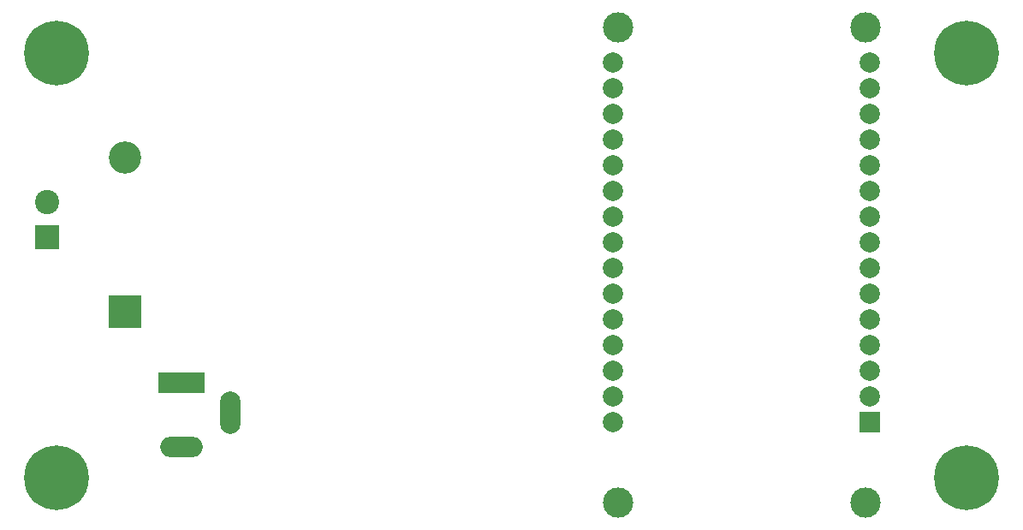
<source format=gbs>
G04 #@! TF.GenerationSoftware,KiCad,Pcbnew,(6.0.5)*
G04 #@! TF.CreationDate,2022-06-11T17:51:56-07:00*
G04 #@! TF.ProjectId,main_template,6d61696e-5f74-4656-9d70-6c6174652e6b,1*
G04 #@! TF.SameCoordinates,Original*
G04 #@! TF.FileFunction,Soldermask,Bot*
G04 #@! TF.FilePolarity,Negative*
%FSLAX46Y46*%
G04 Gerber Fmt 4.6, Leading zero omitted, Abs format (unit mm)*
G04 Created by KiCad (PCBNEW (6.0.5)) date 2022-06-11 17:51:56*
%MOMM*%
%LPD*%
G01*
G04 APERTURE LIST*
%ADD10O,2.000000X4.200000*%
%ADD11O,4.200000X2.000000*%
%ADD12R,4.600000X2.000000*%
%ADD13C,0.800000*%
%ADD14C,6.400000*%
%ADD15C,2.400000*%
%ADD16R,2.400000X2.400000*%
%ADD17C,2.000000*%
%ADD18R,2.000000X2.000000*%
%ADD19C,3.000000*%
%ADD20R,3.200000X3.200000*%
%ADD21O,3.200000X3.200000*%
G04 APERTURE END LIST*
D10*
X92150000Y-138550000D03*
D11*
X87350000Y-141950000D03*
D12*
X87350000Y-135650000D03*
D13*
X75000000Y-147400000D03*
X73302944Y-146697056D03*
D14*
X75000000Y-145000000D03*
D13*
X75000000Y-142600000D03*
X77400000Y-145000000D03*
X73302944Y-143302944D03*
X76697056Y-143302944D03*
X72600000Y-145000000D03*
X76697056Y-146697056D03*
D14*
X75000000Y-103000000D03*
D15*
X74068000Y-117726000D03*
D16*
X74068000Y-121226000D03*
D14*
X165000000Y-103000000D03*
D17*
X130048000Y-139467000D03*
X130048000Y-136927000D03*
X130048000Y-134387000D03*
X130048000Y-131847000D03*
X130048000Y-129307000D03*
X130048000Y-126767000D03*
X130048000Y-124227000D03*
X130048000Y-121687000D03*
X130048000Y-119147000D03*
X130048000Y-116607000D03*
X130048000Y-114067000D03*
X130048000Y-111527000D03*
X130048000Y-108987000D03*
X130048000Y-106447000D03*
X130048000Y-103907000D03*
X155448000Y-103907000D03*
X155448000Y-106447000D03*
X155448000Y-108987000D03*
X155448000Y-111527000D03*
X155448000Y-114067000D03*
X155448000Y-116607000D03*
X155448000Y-119147000D03*
X155448000Y-121687000D03*
X155448000Y-124227000D03*
X155448000Y-126767000D03*
X155448000Y-129307000D03*
X155448000Y-131847000D03*
X155448000Y-134387000D03*
X155448000Y-136927000D03*
D18*
X155448000Y-139467000D03*
D19*
X130518000Y-100477000D03*
X155028000Y-100477000D03*
X155028000Y-147427000D03*
X130518000Y-147427000D03*
D14*
X165000000Y-145000000D03*
D20*
X81788000Y-128620000D03*
D21*
X81788000Y-113380000D03*
M02*

</source>
